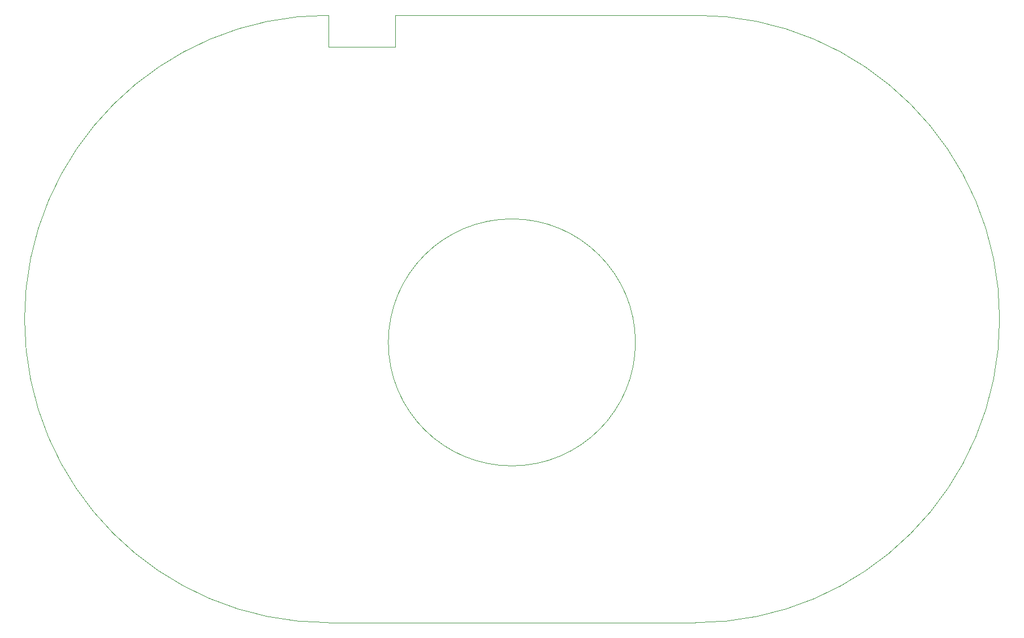
<source format=gm1>
%TF.GenerationSoftware,KiCad,Pcbnew,8.0.3*%
%TF.CreationDate,2024-07-02T21:23:04+01:00*%
%TF.ProjectId,theremin,74686572-656d-4696-9e2e-6b696361645f,rev?*%
%TF.SameCoordinates,Original*%
%TF.FileFunction,Profile,NP*%
%FSLAX46Y46*%
G04 Gerber Fmt 4.6, Leading zero omitted, Abs format (unit mm)*
G04 Created by KiCad (PCBNEW 8.0.3) date 2024-07-02 21:23:04*
%MOMM*%
%LPD*%
G01*
G04 APERTURE LIST*
%TA.AperFunction,Profile*%
%ADD10C,0.050000*%
%TD*%
G04 APERTURE END LIST*
D10*
X132500000Y-55750000D02*
X132500000Y-51000000D01*
X122500000Y-55750000D02*
X132500000Y-55750000D01*
X122500000Y-51000000D02*
X122500000Y-55750000D01*
X122500000Y-142000000D02*
X177500000Y-142000000D01*
X122500000Y-142000000D02*
G75*
G02*
X122500000Y-51000000I0J45500000D01*
G01*
X177500000Y-51000000D02*
G75*
G02*
X177500000Y-142000000I0J-45500000D01*
G01*
X132500000Y-51000000D02*
X177500000Y-51000000D01*
%TO.C,LS1*%
X168470000Y-100010000D02*
G75*
G02*
X131470000Y-100010000I-18500000J0D01*
G01*
X131470000Y-100010000D02*
G75*
G02*
X168470000Y-100010000I18500000J0D01*
G01*
%TD*%
M02*

</source>
